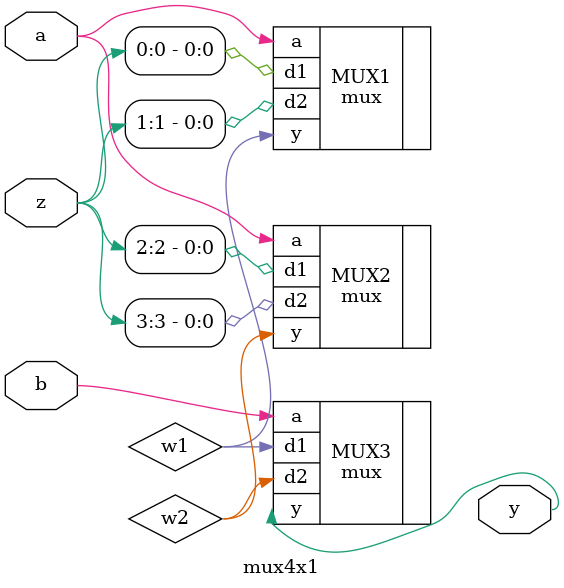
<source format=v>
module mux4x1(input a,
        input b,
        input[0:3]z,
        output y);
        wire w1,w2;
        mux MUX1(.a(a),.d1(z[0]),.d2(z[1]),.y(w1));
        mux MUX2(.a(a),.d1(z[2]),.d2(z[3]),.y(w2));
        mux MUX3(.a(b),.d1(w1),.d2(w2),.y(y));
endmodule


</source>
